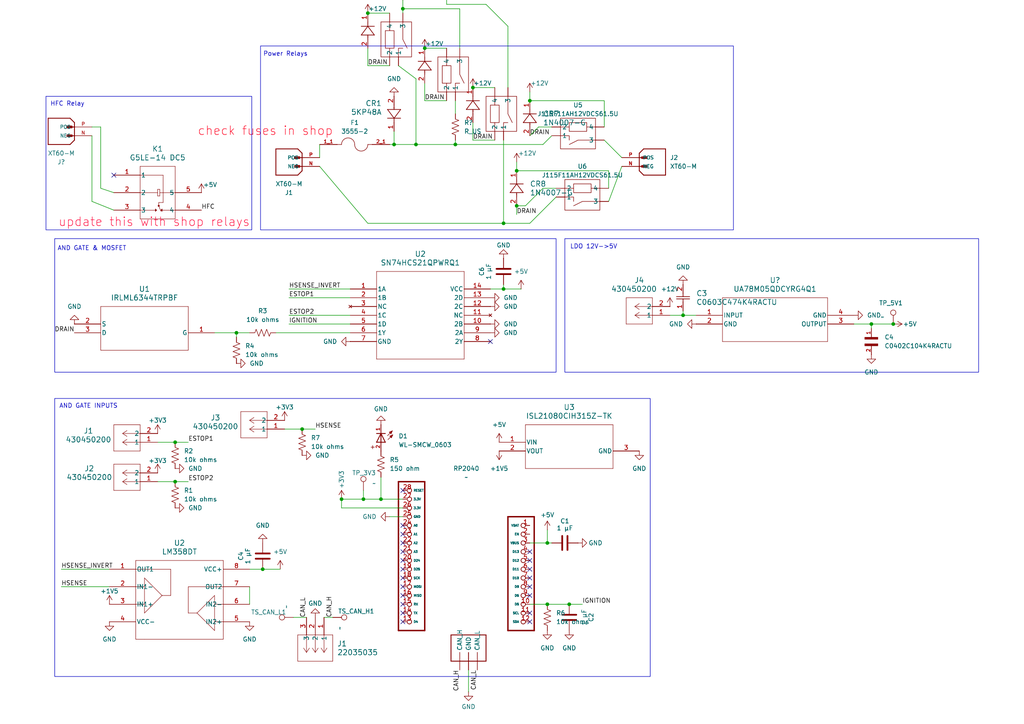
<source format=kicad_sch>
(kicad_sch (version 20231120) (generator "eeschema") (generator_version "8.0")
  (paper "A4")
  (title_block (title "Safety board"))
  (lib_symbols
    (symbol "3-pin Mini Molex Spox_1" (pin_names (offset 0.254))
      (property "Reference" "J" (at 8.89 6.35 0))
      (property "Value" "22035035" (at -3.81 3.81 0))
      (symbol "3-pin Mini Molex Spox_1_1_1"
        (pin unspecified line (at 0 0 0) (length 5.08) (name "1") (number "1"))
        (pin unspecified line (at 0 -2.54 0) (length 5.08) (name "2") (number "2"))
        (pin unspecified line (at 0 -5.08 0) (length 5.08) (name "3") (number "3"))
      )
      (symbol "3-pin Mini Molex Spox_1_1_2"
        (pin unspecified line (at 0 0 0) (length 5.08) (name "1") (number "1"))
        (pin unspecified line (at 0 -2.54 0) (length 5.08) (name "2") (number "2"))
        (pin unspecified line (at 0 -5.08 0) (length 5.08) (name "3") (number "3"))
      )
    )
    (symbol "Connector:TestPoint" (pin_numbers hide) (pin_names (offset 0.762) hide)
      (property "Reference" "TP" (at 0 6.858 0))
      (property "Value" "TestPoint" (at 0 5.08 0))
      (symbol "TestPoint_1_1"
        (pin passive line (at 0 0 90) (length 2.54) (name "1") (number "1"))
      )
    )
    (symbol "Device:C" (pin_numbers hide) (pin_names (offset 0.254))
      (property "Reference" "C" (at 0.635 2.54 0))
      (property "Value" "C" (at 0.635 -2.54 0))
      (symbol "C_1_1"
        (pin passive line (at 0 3.81 270) (length 2.794) (name "~") (number "1"))
        (pin passive line (at 0 -3.81 90) (length 2.794) (name "~") (number "2"))
      )
    )
    (symbol "Device:R_US" (pin_numbers hide) (pin_names (offset 0))
      (property "Reference" "R" (at 2.54 0 90))
      (property "Value" "R_US" (at -2.54 0 90))
      (symbol "R_US_1_1"
        (pin passive line (at 0 3.81 270) (length 1.27) (name "~") (number "1"))
        (pin passive line (at 0 -3.81 90) (length 1.27) (name "~") (number "2"))
      )
    )
    (symbol "SMV_Custom:1N4007-G" (pin_names (offset 0.254))
      (property "Reference" "CR" (at 5.08 4.445 0))
      (property "Value" "1N4007-G" (at 5.08 -3.81 0))
      (symbol "1N4007-G_1_1"
        (pin unspecified line (at 10.16 0 180) (length 2.54) (name "") (number "1"))
        (pin unspecified line (at 0 0 0) (length 2.54) (name "") (number "2"))
      )
      (symbol "1N4007-G_1_2"
        (pin unspecified line (at 0 10.16 270) (length 2.54) (name "") (number "1"))
        (pin unspecified line (at 0 0 90) (length 2.54) (name "") (number "2"))
      )
    )
    (symbol "SMV_Custom:3555-2" (pin_names (offset 1.016))
      (property "Reference" "F" (at -7.62 3.81 0))
      (property "Value" "3555-2" (at -7.62 -3.81 0))
      (symbol "3555-2_0_0"
        (pin passive line (at -10.16 0 0) (length 5.08) (name "~") (number "1_1"))
        (pin passive line (at 10.16 0 180) (length 5.08) (name "~") (number "2_1"))
      )
    )
    (symbol "SMV_Custom:430450200" (pin_names (offset 0.254))
      (property "Reference" "J" (at 8.89 6.35 0))
      (property "Value" "430450200" (at 0 0 0))
      (symbol "430450200_1_1"
        (pin unspecified line (at 0 0 0) (length 5.08) (name "1") (number "1"))
        (pin unspecified line (at 0 -2.54 0) (length 5.08) (name "2") (number "2"))
      )
      (symbol "430450200_1_2"
        (pin unspecified line (at 0 0 0) (length 5.08) (name "1") (number "1"))
        (pin unspecified line (at 0 -2.54 0) (length 5.08) (name "2") (number "2"))
      )
    )
    (symbol "SMV_Custom:5KP48A" (pin_names (offset 0.254))
      (property "Reference" "CR" (at 5.08 4.445 0))
      (property "Value" "5KP48A" (at 5.08 -3.81 0))
      (symbol "5KP48A_1_1"
        (pin unspecified line (at 10.16 0 180) (length 2.54) (name "") (number "1"))
        (pin unspecified line (at 0 0 0) (length 2.54) (name "") (number "2"))
      )
      (symbol "5KP48A_1_2"
        (pin unspecified line (at 0 10.16 270) (length 2.54) (name "") (number "1"))
        (pin unspecified line (at 0 0 90) (length 2.54) (name "") (number "2"))
      )
    )
    (symbol "SMV_Custom:C0402C104K4RACTU" (pin_names (offset 1.016))
      (property "Reference" "C" (at 0 3.81 0))
      (property "Value" "C0402C104K4RACTU" (at 0 -5.08 0))
      (symbol "C0402C104K4RACTU_0_0"
        (pin passive line (at -2.54 0 0) (length 2.54) (name "~") (number "1"))
        (pin passive line (at 5.08 0 180) (length 2.54) (name "~") (number "2"))
      )
    )
    (symbol "SMV_Custom:C0603C474K4RACTU" (pin_names (offset 0.254))
      (property "Reference" "C" (at 3.81 3.81 0))
      (property "Value" "C0603C474K4RACTU" (at 3.81 -3.81 0))
      (symbol "C0603C474K4RACTU_1_1"
        (pin unspecified line (at 0 0 0) (length 2.54) (name "") (number "1"))
        (pin unspecified line (at 7.62 0 180) (length 2.54) (name "") (number "2"))
      )
      (symbol "C0603C474K4RACTU_1_2"
        (pin unspecified line (at 0 0 270) (length 2.54) (name "") (number "1"))
        (pin unspecified line (at 0 -7.62 90) (length 2.54) (name "") (number "2"))
      )
    )
    (symbol "SMV_Custom:G5LE-14_DC5" (pin_names (offset 0.254))
      (property "Reference" "K" (at 12.7 7.62 0))
      (property "Value" "G5LE-14 DC5" (at 20.32 5.08 0))
      (symbol "G5LE-14_DC5_0_1"
        (pin unspecified line (at 0 0 0) (length 7.62) (name "1") (number "1"))
        (pin unspecified line (at 0 -5.08 0) (length 7.62) (name "2") (number "2"))
        (pin unspecified line (at 0 -10.16 0) (length 7.62) (name "3") (number "3"))
        (pin unspecified line (at 25.4 -10.16 180) (length 7.62) (name "4") (number "4"))
        (pin unspecified line (at 25.4 -5.08 180) (length 7.62) (name "5") (number "5"))
      )
    )
    (symbol "SMV_Custom:IRLML6344TRPBF" (pin_names (offset 0.254))
      (property "Reference" "U" (at 20.32 10.16 0))
      (property "Value" "IRLML6344TRPBF" (at 20.32 7.62 0))
      (symbol "IRLML6344TRPBF_0_1"
        (pin unspecified line (at 0 0 0) (length 7.62) (name "G") (number "1"))
        (pin unspecified line (at 40.64 -2.54 180) (length 7.62) (name "S") (number "2"))
        (pin unspecified line (at 40.64 0 180) (length 7.62) (name "D") (number "3"))
      )
    )
    (symbol "SMV_Custom:ISL21080CIH315Z-TK" (pin_names (offset 0.254))
      (property "Reference" "U" (at 20.32 10.16 0))
      (property "Value" "ISL21080CIH315Z-TK" (at 20.32 7.62 0))
      (symbol "ISL21080CIH315Z-TK_0_1"
        (pin unspecified line (at 0 0 0) (length 7.62) (name "VIN") (number "1"))
        (pin output line (at 0 -2.54 0) (length 7.62) (name "VOUT") (number "2"))
        (pin power_out line (at 40.64 -2.54 180) (length 7.62) (name "GND") (number "3"))
      )
    )
    (symbol "SMV_Custom:J115F11AH12VDCS61.5U"
      (property "Reference" "U" (at -0.508 5.334 0))
      (symbol "J115F11AH12VDCS61.5U_1_1"
        (pin unspecified line (at -7.62 0 0) (length 2.54) (name "1") (number ""))
        (pin unspecified line (at -7.62 -2.54 0) (length 2.54) (name "2") (number ""))
        (pin unspecified line (at 7.62 1.27 180) (length 2.54) (name "3") (number ""))
        (pin unspecified line (at 7.62 -2.54 180) (length 2.54) (name "4") (number ""))
      )
    )
    (symbol "SMV_Custom:LM358DT" (pin_names (offset 0.254))
      (property "Reference" "U" (at 20.32 7.62 0))
      (property "Value" "LM358DT" (at 20.32 5.08 0))
      (symbol "LM358DT_0_1"
        (pin output line (at 0 0 0) (length 7.62) (name "OUT1") (number "1"))
        (pin input line (at 0 -5.08 0) (length 7.62) (name "IN1-") (number "2"))
        (pin input line (at 0 -10.16 0) (length 7.62) (name "IN1+") (number "3"))
        (pin power_in line (at 0 -15.24 0) (length 7.62) (name "VCC-") (number "4"))
        (pin input line (at 40.64 -15.24 180) (length 7.62) (name "IN2+") (number "5"))
        (pin input line (at 40.64 -10.16 180) (length 7.62) (name "IN2-") (number "6"))
        (pin output line (at 40.64 -5.08 180) (length 7.62) (name "OUT2") (number "7"))
        (pin power_in line (at 40.64 0 180) (length 7.62) (name "VCC+") (number "8"))
      )
    )
    (symbol "SMV_Custom:RP2040"
      (property "Reference" "RP" (at 0 39.37 0))
      (symbol "RP2040_1_0"
        (pin passive inverted (at 17.78 21.59 180) (length 2.54) (name "VBAT") (number "1"))
        (pin passive inverted (at 17.78 -1.27 180) (length 2.54) (name "D5") (number "10"))
        (pin passive inverted (at 17.78 -3.81 180) (length 2.54) (name "SCL") (number "11"))
        (pin passive inverted (at 17.78 -6.35 180) (length 2.54) (name "SDA") (number "12"))
        (pin passive inverted (at -19.05 -6.35 0) (length 2.54) (name "D4") (number "13"))
        (pin passive inverted (at -19.05 -3.81 0) (length 2.54) (name "TX") (number "14"))
        (pin passive inverted (at -19.05 -1.27 0) (length 2.54) (name "RX") (number "15"))
        (pin passive inverted (at -19.05 1.27 0) (length 2.54) (name "MISO") (number "16"))
        (pin passive inverted (at -19.05 3.81 0) (length 2.54) (name "MOSI") (number "17"))
        (pin passive inverted (at -19.05 6.35 0) (length 2.54) (name "SCK") (number "18"))
        (pin passive inverted (at -19.05 8.89 0) (length 2.54) (name "D25") (number "19"))
        (pin passive inverted (at 17.78 19.05 180) (length 2.54) (name "EN") (number "2"))
        (pin passive inverted (at -19.05 11.43 0) (length 2.54) (name "D24") (number "20"))
        (pin passive inverted (at -19.05 13.97 0) (length 2.54) (name "A3") (number "21"))
        (pin passive inverted (at -19.05 16.51 0) (length 2.54) (name "A2") (number "22"))
        (pin passive inverted (at -19.05 19.05 0) (length 2.54) (name "A1") (number "23"))
        (pin passive inverted (at -19.05 21.59 0) (length 2.54) (name "A0") (number "24"))
        (pin passive inverted (at -19.05 24.13 0) (length 2.54) (name "GND") (number "25"))
        (pin passive inverted (at -19.05 26.67 0) (length 2.54) (name "3.3V") (number "26"))
        (pin passive inverted (at -19.05 29.21 0) (length 2.54) (name "3.3V") (number "27"))
        (pin passive inverted (at -19.05 31.75 0) (length 2.54) (name "RESET") (number "28"))
        (pin passive line (at 2.54 -20.32 90) (length 5.08) (name "CAN_L") (number "29"))
        (pin passive inverted (at 17.78 16.51 180) (length 2.54) (name "VBUS") (number "3"))
        (pin passive line (at 0 -20.32 90) (length 5.08) (name "GND") (number "30"))
        (pin passive line (at -2.54 -20.32 90) (length 5.08) (name "CAN_H") (number "31"))
        (pin passive inverted (at 17.78 13.97 180) (length 2.54) (name "D13") (number "4"))
        (pin passive inverted (at 17.78 11.43 180) (length 2.54) (name "D12") (number "5"))
        (pin passive inverted (at 17.78 8.89 180) (length 2.54) (name "D11") (number "6"))
        (pin passive inverted (at 17.78 6.35 180) (length 2.54) (name "D10") (number "7"))
        (pin passive inverted (at 17.78 3.81 180) (length 2.54) (name "D9") (number "8"))
        (pin passive inverted (at 17.78 1.27 180) (length 2.54) (name "D6") (number "9"))
      )
    )
    (symbol "SMV_Custom:SN74HCS21QPWRQ1" (pin_names (offset 0.254))
      (property "Reference" "U" (at 20.32 10.16 0))
      (property "Value" "SN74HCS21QPWRQ1" (at 20.32 7.62 0))
      (symbol "SN74HCS21QPWRQ1_0_1"
        (pin input line (at 0 0 0) (length 7.62) (name "1A") (number "1"))
        (pin input line (at 40.64 -10.16 180) (length 7.62) (name "2B") (number "10"))
        (pin no_connect line (at 40.64 -7.62 180) (length 7.62) (name "NC") (number "11"))
        (pin input line (at 40.64 -5.08 180) (length 7.62) (name "2C") (number "12"))
        (pin input line (at 40.64 -2.54 180) (length 7.62) (name "2D") (number "13"))
        (pin power_in line (at 40.64 0 180) (length 7.62) (name "VCC") (number "14"))
        (pin input line (at 0 -2.54 0) (length 7.62) (name "1B") (number "2"))
        (pin no_connect line (at 0 -5.08 0) (length 7.62) (name "NC") (number "3"))
        (pin input line (at 0 -7.62 0) (length 7.62) (name "1C") (number "4"))
        (pin input line (at 0 -10.16 0) (length 7.62) (name "1D") (number "5"))
        (pin output line (at 0 -12.7 0) (length 7.62) (name "1Y") (number "6"))
        (pin power_out line (at 0 -15.24 0) (length 7.62) (name "GND") (number "7"))
        (pin output line (at 40.64 -15.24 180) (length 7.62) (name "2Y") (number "8"))
        (pin input line (at 40.64 -12.7 180) (length 7.62) (name "2A") (number "9"))
      )
    )
    (symbol "SMV_Custom:UA78M05QDCYRG4Q1" (pin_names (offset 0.254))
      (property "Reference" "U" (at 22.86 10.16 0))
      (property "Value" "UA78M05QDCYRG4Q1" (at 24.13 7.62 0))
      (symbol "UA78M05QDCYRG4Q1_0_1"
        (pin unspecified line (at 0 -2.54 0) (length 7.62) (name "GND") (number "2"))
      )
      (symbol "UA78M05QDCYRG4Q1_1_1"
        (pin input line (at 0 0 0) (length 7.62) (name "INPUT") (number "1"))
        (pin output line (at 45.72 -2.54 180) (length 7.62) (name "OUTPUT") (number "3"))
        (pin unspecified line (at 45.72 0 180) (length 7.62) (name "GND") (number "4"))
      )
    )
    (symbol "SMV_Custom:WL-SMCW_0603" (pin_names (offset 1.016))
      (property "Reference" "D" (at -1.988 3.972 0))
      (property "Value" "WL-SMCW_0603" (at -2.628 -3.928 0))
      (symbol "WL-SMCW_0603_0_0"
        (text "+" (at 3.08 -1.74 0) (effects (font (size 1.27 1.27)) (justify left bottom)))
        (pin passive line (at -2.54 0 0) (length 2.54) (name "~") (number "1"))
        (pin passive line (at 5.08 0 180) (length 2.54) (name "~") (number "2"))
      )
    )
    (symbol "SMV_Custom:XT60-M" (pin_names (offset 1.016))
      (property "Reference" "J" (at 0 6.35 0))
      (property "Value" "XT60-M" (at 0 -5.08 0))
      (symbol "XT60-M_0_0"
        (pin passive line (at -5.08 0 0) (length 5.08) (name "NEG") (number "N"))
        (pin passive line (at -5.08 2.54 0) (length 5.08) (name "POS") (number "P"))
      )
    )
    (symbol "power:+12V" (power) (pin_numbers hide) (pin_names (offset 0) hide)
      (property "Value" "+12V" (at 0 3.556 0))
      (symbol "+12V_1_1"
        (pin power_in line (at 0 0 90) (length 0) (name "~") (number "1"))
      )
    )
    (symbol "power:+1V5" (power) (pin_numbers hide) (pin_names (offset 0) hide)
      (property "Value" "+1V5" (at 0 3.556 0))
      (symbol "+1V5_1_1"
        (pin power_in line (at 0 0 90) (length 0) (name "~") (number "1"))
      )
    )
    (symbol "power:+3V3" (power) (pin_numbers hide) (pin_names (offset 0) hide)
      (property "Value" "+3V3" (at 0 3.556 0))
      (symbol "+3V3_1_1"
        (pin power_in line (at 0 0 90) (length 0) (name "~") (number "1"))
      )
    )
    (symbol "power:+5V" (power) (pin_numbers hide) (pin_names (offset 0) hide)
      (property "Value" "+5V" (at 0 3.556 0))
      (symbol "+5V_1_1"
        (pin power_in line (at 0 0 90) (length 0) (name "~") (number "1"))
      )
    )
    (symbol "power:GND" (power) (pin_numbers hide) (pin_names (offset 0) hide)
      (property "Value" "GND" (at 0 -3.81 0))
      (symbol "GND_1_1"
        (pin power_in line (at 0 0 270) (length 0) (name "~") (number "1"))
      )
    )
  )
  (junction (at 158.75 175.26))
  (junction (at 114.3 41.91))
  (junction (at 87.63 124.46))
  (junction (at 50.8 128.27))
  (junction (at 116.84 2.54))
  (junction (at 259.08 93.98))
  (junction (at 123.19 13.97))
  (junction (at 165.1 175.26))
  (junction (at 146.05 83.82))
  (junction (at 110.49 144.78))
  (junction (at 116.84 -22.86))
  (junction (at 68.58 96.52))
  (junction (at 50.8 139.7))
  (junction (at 106.68 3.81))
  (junction (at 153.67 29.21))
  (junction (at 149.86 59.69))
  (junction (at 158.75 157.48))
  (junction (at 252.73 93.98))
  (junction (at 198.12 91.44))
  (junction (at 120.65 41.91))
  (junction (at 76.2 165.1))
  (junction (at 149.86 49.53))
  (junction (at 132.08 41.91))
  (junction (at 99.06 144.78))
  (junction (at 105.41 144.78))
  (junction (at 137.16 25.4))
  (junction (at 146.05 64.77))
  (no_connect (at 116.84 175.26))
  (no_connect (at 142.24 99.06))
  (no_connect (at 153.67 160.02))
  (no_connect (at 116.84 180.34))
  (no_connect (at 153.67 172.72))
  (no_connect (at 116.84 142.24))
  (no_connect (at 116.84 162.56))
  (no_connect (at 116.84 167.64))
  (no_connect (at 153.67 177.8))
  (no_connect (at 116.84 172.72))
  (no_connect (at 153.67 165.1))
  (no_connect (at 116.84 170.18))
  (no_connect (at 153.67 167.64))
  (no_connect (at 153.67 170.18))
  (no_connect (at 153.67 162.56))
  (no_connect (at 116.84 165.1))
  (no_connect (at 116.84 160.02))
  (no_connect (at 116.84 154.94))
  (no_connect (at 116.84 152.4))
  (no_connect (at 33.02 50.8))
  (no_connect (at 153.67 180.34))
  (no_connect (at 116.84 157.48))
  (no_connect (at 116.84 177.8))
  (wire (pts (xy 158.75 175.26) (xy 165.1 175.26)))
  (wire (pts (xy 146.05 83.82) (xy 142.24 83.82)))
  (wire (pts (xy 76.2 165.1) (xy 72.39 165.1)))
  (wire (pts (xy 50.8 128.27) (xy 45.72 128.27)))
  (wire (pts (xy 29.21 36.83) (xy 29.21 54.61)))
  (wire (pts (xy 123.19 -22.86) (xy 127 -26.67)))
  (wire (pts (xy 17.78 165.1) (xy 31.75 165.1)))
  (wire (pts (xy 140.97 1.27) (xy 147.32 7.62)))
  (wire (pts (xy 175.26 29.21) (xy 175.26 36.83)))
  (wire (pts (xy 158.75 153.67) (xy 158.75 157.48)))
  (wire (pts (xy 120.65 41.91) (xy 132.08 41.91)))
  (wire (pts (xy 85.09 179.07) (xy 88.9 179.07)))
  (wire (pts (xy 50.8 128.27) (xy 54.61 128.27)))
  (wire (pts (xy 153.67 157.48) (xy 158.75 157.48)))
  (wire (pts (xy 147.32 7.62) (xy 147.32 25.4)))
  (wire (pts (xy 137.16 25.4) (xy 143.51 25.4)))
  (wire (pts (xy 123.19 29.21) (xy 129.54 29.21)))
  (wire (pts (xy 106.68 19.05) (xy 113.03 19.05)))
  (wire (pts (xy 99.06 144.78) (xy 99.06 147.32)))
  (wire (pts (xy 29.21 54.61) (xy 33.02 55.88)))
  (wire (pts (xy 80.01 96.52) (xy 101.6 96.52)))
  (wire (pts (xy 156.21 36.83) (xy 153.67 39.37)))
  (wire (pts (xy 116.84 144.78) (xy 110.49 144.78)))
  (wire (pts (xy 114.3 41.91) (xy 120.65 41.91)))
  (wire (pts (xy 153.67 26.67) (xy 153.67 29.21)))
  (wire (pts (xy 153.67 64.77) (xy 161.29 57.15)))
  (wire (pts (xy 198.12 91.44) (xy 201.93 91.44)))
  (wire (pts (xy 132.08 41.91) (xy 157.48 41.91)))
  (wire (pts (xy 105.41 142.24) (xy 105.41 144.78)))
  (wire (pts (xy 123.19 24.13) (xy 123.19 29.21)))
  (wire (pts (xy 116.84 2.54) (xy 116.84 3.81)))
  (wire (pts (xy 247.65 93.98) (xy 252.73 93.98)))
  (wire (pts (xy 149.86 59.69) (xy 152.4 59.69)))
  (wire (pts (xy 83.82 86.36) (xy 101.6 86.36)))
  (wire (pts (xy 194.31 91.44) (xy 198.12 91.44)))
  (wire (pts (xy 92.71 41.91) (xy 92.71 45.72)))
  (wire (pts (xy 149.86 59.69) (xy 149.86 62.23)))
  (wire (pts (xy 114.3 38.1) (xy 114.3 41.91)))
  (wire (pts (xy 180.34 48.26) (xy 176.53 58.42)))
  (wire (pts (xy 17.78 170.18) (xy 31.75 170.18)))
  (wire (pts (xy 113.03 149.86) (xy 116.84 149.86)))
  (wire (pts (xy 68.58 96.52) (xy 72.39 96.52)))
  (wire (pts (xy 180.34 45.72) (xy 175.26 40.64)))
  (wire (pts (xy 120.65 22.86) (xy 120.65 41.91)))
  (wire (pts (xy 99.06 147.32) (xy 116.84 147.32)))
  (wire (pts (xy 26.67 36.83) (xy 29.21 36.83)))
  (wire (pts (xy 160.02 36.83) (xy 156.21 36.83)))
  (wire (pts (xy 110.49 144.78) (xy 105.41 144.78)))
  (wire (pts (xy 72.39 170.18) (xy 72.39 175.26)))
  (wire (pts (xy 96.52 179.07) (xy 93.98 179.07)))
  (wire (pts (xy 62.23 96.52) (xy 68.58 96.52)))
  (wire (pts (xy 115.57 19.05) (xy 120.65 22.86)))
  (wire (pts (xy 252.73 93.98) (xy 252.73 95.25)))
  (wire (pts (xy 132.08 29.21) (xy 132.08 33.02)))
  (wire (pts (xy 106.68 64.77) (xy 146.05 64.77)))
  (wire (pts (xy 149.86 49.53) (xy 176.53 49.53)))
  (wire (pts (xy 116.84 0) (xy 116.84 2.54)))
  (wire (pts (xy 146.05 40.64) (xy 146.05 64.77)))
  (wire (pts (xy 68.58 96.52) (xy 68.58 97.79)))
  (wire (pts (xy 146.05 82.55) (xy 146.05 83.82)))
  (wire (pts (xy 116.84 -22.86) (xy 116.84 -20.32)))
  (wire (pts (xy 87.63 124.46) (xy 82.55 124.46)))
  (wire (pts (xy 137.16 40.64) (xy 143.51 40.64)))
  (wire (pts (xy 160.02 157.48) (xy 158.75 157.48)))
  (wire (pts (xy 83.82 91.44) (xy 101.6 91.44)))
  (wire (pts (xy 123.19 13.97) (xy 129.54 13.97)))
  (wire (pts (xy 92.71 48.26) (xy 106.68 64.77)))
  (wire (pts (xy 157.48 41.91) (xy 160.02 39.37)))
  (wire (pts (xy 113.03 41.91) (xy 114.3 41.91)))
  (wire (pts (xy 133.35 2.54) (xy 133.35 13.97)))
  (wire (pts (xy 129.54 1.27) (xy 140.97 1.27)))
  (wire (pts (xy 129.54 -26.67) (xy 129.54 1.27)))
  (wire (pts (xy 50.8 139.7) (xy 45.72 139.7)))
  (wire (pts (xy 106.68 13.97) (xy 106.68 19.05)))
  (wire (pts (xy 149.86 46.99) (xy 149.86 49.53)))
  (wire (pts (xy 54.61 139.7) (xy 50.8 139.7)))
  (wire (pts (xy 132.08 40.64) (xy 132.08 41.91)))
  (wire (pts (xy 153.67 29.21) (xy 175.26 29.21)))
  (wire (pts (xy 83.82 83.82) (xy 101.6 83.82)))
  (wire (pts (xy 146.05 64.77) (xy 153.67 64.77)))
  (wire (pts (xy 87.63 124.46) (xy 91.44 124.46)))
  (wire (pts (xy 157.48 54.61) (xy 161.29 54.61)))
  (wire (pts (xy 135.89 200.66) (xy 135.89 194.31)))
  (wire (pts (xy 151.13 83.82) (xy 146.05 83.82)))
  (wire (pts (xy 99.06 144.78) (xy 105.41 144.78)))
  (wire (pts (xy 198.12 90.17) (xy 198.12 91.44)))
  (wire (pts (xy 116.84 2.54) (xy 133.35 2.54)))
  (wire (pts (xy 26.67 39.37) (xy 26.67 58.42)))
  (wire (pts (xy 110.49 138.43) (xy 110.49 144.78)))
  (wire (pts (xy 83.82 93.98) (xy 101.6 93.98)))
  (wire (pts (xy 116.84 -22.86) (xy 123.19 -22.86)))
  (wire (pts (xy 153.67 175.26) (xy 158.75 175.26)))
  (wire (pts (xy 176.53 49.53) (xy 176.53 54.61)))
  (wire (pts (xy 81.28 165.1) (xy 76.2 165.1)))
  (wire (pts (xy 137.16 35.56) (xy 137.16 40.64)))
  (wire (pts (xy 165.1 175.26) (xy 168.91 175.26)))
  (wire (pts (xy 106.68 3.81) (xy 113.03 3.81)))
  (wire (pts (xy 252.73 93.98) (xy 259.08 93.98)))
  (wire (pts (xy 152.4 59.69) (xy 157.48 54.61)))
  (wire (pts (xy 26.67 58.42) (xy 33.02 60.96)))
  (rectangle (start 75.565 13.335) (end 212.725 66.675))
  (rectangle (start 163.83 69.215) (end 283.845 107.95))
  (rectangle (start 15.875 69.215) (end 161.29 107.95))
  (rectangle (start 15.875 115.57) (end 188.595 196.215))
  (rectangle (start 13.335 27.94) (end 73.025 66.675))
  (text "AND GATE INPUTS\n" (at 25.654 117.856 0) (effects (font (size 1.27 1.27))))
  (text "LDO 12V->5V\n" (at 172.212 71.628 0) (effects (font (size 1.27 1.27))))
  (text "Power Relays\n" (at 82.804 15.748 0) (effects (font (size 1.27 1.27))))
  (text "AND GATE & MOSFET\n" (at 26.67 72.136 0) (effects (font (size 1.27 1.27))))
  (text "check fuses in shop\n" (at 76.962 38.1 0) (effects (font (size 2.54 2.54))))
  (text "update this with shop relays\n" (at 44.704 64.516 0) (effects (font (size 2.54 2.54))))
  (text "HFC Relay\n" (at 19.558 30.226 0) (effects (font (size 1.27 1.27))))
  (label "CAN_H" (at 133.35 194.31 270))
  (label "CAN_H" (at 96.52 179.07 90))
  (label "IGNITION" (at 83.82 93.98 0))
  (label "CAN_L" (at 138.43 194.31 270))
  (label "ESTOP2" (at 54.61 139.7 0))
  (label "DRAIN" (at 137.16 40.64 0))
  (label "ESTOP2" (at 83.82 91.44 0))
  (label "DRAIN" (at 21.59 96.52 180))
  (label "HSENSE" (at 91.44 124.46 0))
  (label "HSENSE" (at 17.78 170.18 0))
  (label "HSENSE_INVERT" (at 17.78 165.1 0))
  (label "IGNITION" (at 168.91 175.26 0))
  (label "DRAIN" (at 123.19 29.21 0))
  (label "HFC" (at 58.42 60.96 0))
  (label "ESTOP1" (at 54.61 128.27 0))
  (label "HSENSE_INVERT" (at 83.82 83.82 0))
  (label "CAN_L" (at 88.9 179.07 90))
  (label "DRAIN" (at 149.86 62.23 0))
  (label "DRAIN" (at 106.68 19.05 0))
  (label "DRAIN" (at 153.67 39.37 0))
  (label "ESTOP1" (at 83.82 86.36 0))
  (symbol (lib_id "SMV_Custom:UA78M05QDCYRG4Q1") (at 201.93 91.44 0) (unit 1)
    (property "Reference" "U?" (at 224.79 81.28 0) (effects (font (size 1.524 1.524))))
    (property "Value" "UA78M05QDCYRG4Q1" (at 224.79 83.82 0) (effects (font (size 1.524 1.524))))
    (property "Footprint" "SMV_ICs:DCY4_TEX" (effects (hide yes)))
    (property "Datasheet" "UA78M05QDCYRG4Q1" (effects (hide yes)))
  )
  (symbol (lib_id "SMV_Custom:G5LE-14_DC5") (at 33.02 50.8 0) (unit 1)
    (property "Reference" "K1" (at 45.72 43.18 0) (effects (font (size 1.524 1.524))))
    (property "Value" "G5LE-14 DC5" (at 45.72 45.72 0) (effects (font (size 1.524 1.524))))
    (property "Footprint" "RELAY_G5LE-1 DC5_OMR" (effects (hide yes)))
    (property "Datasheet" "G5LE-14 DC5" (effects (hide yes)))
  )
  (symbol (lib_id "power:+12V") (at 194.31 88.9 0) (unit 1)
    (property "Reference" "#PWR09" (effects (hide yes)))
    (property "Value" "+12V" (at 194.31 83.82 0))
    (property "Description" "Power symbol creates a global label with name \"+12V\"" (effects (hide yes)))
  )
  (symbol (lib_name "SMV_Custom:J115F11AH12VDCS61.5U") (lib_id "SMV_Custom:J115F11AH12VDCS61.5U") (at 146.05 33.02 270) (mirror x) (unit 1)
    (property "Reference" "U?" (effects (hide yes)))
    (property "Value" "J115F11AH12VDCS61.5U" (effects (hide yes)))
  )
  (symbol (lib_id "power:GND") (at 165.1 182.88 0) (unit 1)
    (property "Reference" "#PWR035" (effects (hide yes)))
    (property "Value" "GND" (at 165.1 187.96 0))
    (property "Description" "Power symbol creates a global label with name \"GND\" , ground" (effects (hide yes)))
  )
  (symbol (lib_id "power:+5V") (at 106.68 3.81 0) (unit 1)
    (property "Reference" "#PWR020" (effects (hide yes)))
    (property "Value" "+12V" (at 109.474 2.54 0))
    (property "Description" "Power symbol creates a global label with name \"+5V\"" (effects (hide yes)))
  )
  (symbol (lib_id "SMV_Custom:XT60-M") (at 129.54 -31.75 90) (unit 1)
    (property "Reference" "J?" (at 137.16 -35.56 0))
    (property "Value" "XT60-M" (at 134.62 -35.56 0))
    (property "Footprint" "SMV_Connectors:AMASS_XT60-M" (effects (hide yes)))
    (property "MF" "AMASS" (effects (hide yes)))
    (property "MAXIMUM_PACKAGE_HEIGHT" "16.00 mm" (effects (hide yes)))
    (property "Package" "Package" (effects (hide yes)))
    (property "Price" "None" (effects (hide yes)))
    (property "Check_prices" "https://www.snapeda.com/parts/XT60-M/AMASS/view-part/?ref=eda" (effects (hide yes)))
    (property "STANDARD" "IPC 7351B" (effects (hide yes)))
    (property "PARTREV" "V1.2" (effects (hide yes)))
    (property "SnapEDA_Link" "https://www.snapeda.com/parts/XT60-M/AMASS/view-part/?ref=snap" (effects (hide yes)))
    (property "MP" "XT60-M" (effects (hide yes)))
    (property "Description_1" "\n                        \n                            Plug; DC supply; XT60; male; PIN: 2; for cable; soldered; 30A; 500V\n                        \n" (effects (hide yes)))
    (property "Availability" "Not in stock" (effects (hide yes)))
    (property "MANUFACTURER" "AMASS" (effects (hide yes)))
  )
  (symbol (lib_id "SMV_Custom:430450200") (at 194.31 91.44 180) (unit 1)
    (property "Reference" "J4" (at 185.42 81.28 0) (effects (font (size 1.524 1.524))))
    (property "Value" "430450200" (at 183.896 83.82 0) (effects (font (size 1.524 1.524))))
    (property "Footprint" "CONN_SD-43045-001_02_MOL" (effects (hide yes)))
    (property "Datasheet" "430450200" (effects (hide yes)))
  )
  (symbol (lib_id "SMV_Custom:XT60-M") (at 185.42 48.26 0) (unit 1)
    (property "Reference" "J2" (at 194.31 45.7199 0) (effects (justify left)))
    (property "Value" "XT60-M" (at 194.31 48.2599 0) (effects (justify left)))
    (property "Footprint" "SMV_Connectors:AMASS_XT60-M" (effects (hide yes)))
    (property "MF" "AMASS" (effects (hide yes)))
    (property "MAXIMUM_PACKAGE_HEIGHT" "16.00 mm" (effects (hide yes)))
    (property "Package" "Package" (effects (hide yes)))
    (property "Price" "None" (effects (hide yes)))
    (property "Check_prices" "https://www.snapeda.com/parts/XT60-M/AMASS/view-part/?ref=eda" (effects (hide yes)))
    (property "STANDARD" "IPC 7351B" (effects (hide yes)))
    (property "PARTREV" "V1.2" (effects (hide yes)))
    (property "SnapEDA_Link" "https://www.snapeda.com/parts/XT60-M/AMASS/view-part/?ref=snap" (effects (hide yes)))
    (property "MP" "XT60-M" (effects (hide yes)))
    (property "Description_1" "\n                        \n                            Plug; DC supply; XT60; male; PIN: 2; for cable; soldered; 30A; 500V\n                        \n" (effects (hide yes)))
    (property "Availability" "Not in stock" (effects (hide yes)))
    (property "MANUFACTURER" "AMASS" (effects (hide yes)))
  )
  (symbol (lib_id "power:+5V") (at 58.42 55.88 0) (unit 1)
    (property "Reference" "#PWR037" (effects (hide yes)))
    (property "Value" "+5V" (at 60.96 53.594 0))
    (property "Description" "Power symbol creates a global label with name \"+5V\"" (effects (hide yes)))
  )
  (symbol (lib_id "power:GND") (at 68.58 105.41 90) (unit 1)
    (property "Reference" "#PWR038" (effects (hide yes)))
    (property "Value" "GND" (at 72.39 105.4099 90) (effects (justify right)))
    (property "Description" "Power symbol creates a global label with name \"GND\" , ground" (effects (hide yes)))
  )
  (symbol (lib_id "power:GND") (at 91.44 179.07 180) (unit 1)
    (property "Reference" "#PWR025" (effects (hide yes)))
    (property "Value" "GND" (at 91.44 175.006 0))
    (property "Description" "Power symbol creates a global label with name \"GND\" , ground" (effects (hide yes)))
  )
  (symbol (lib_id "SMV_Custom:1N4007-G") (at 123.19 24.13 90) (unit 1)
    (property "Reference" "CR5" (effects (hide yes)))
    (property "Value" "1N4007-G" (effects (hide yes)))
    (property "Footprint" "SMV_Passives:1N4-G" (effects (hide yes)))
    (property "Datasheet" "1N4007-G" (effects (hide yes)))
  )
  (symbol (lib_id "SMV_Custom:RP2040") (at 135.89 173.99 0) (unit 1)
    (property "Reference" "RP2040" (at 135.255 135.89 0))
    (property "Value" "~" (at 135.255 138.43 0))
    (property "Footprint" "SMV_Connectors:RP2040" (effects (hide yes)))
  )
  (symbol (lib_id "power:+5V") (at 151.13 83.82 0) (unit 1)
    (property "Reference" "#PWR046" (effects (hide yes)))
    (property "Value" "+5V" (at 151.13 78.74 0))
    (property "Description" "Power symbol creates a global label with name \"+5V\"" (effects (hide yes)))
  )
  (symbol (lib_id "Connector:TestPoint") (at 259.08 93.98 0) (mirror y) (unit 1)
    (property "Reference" "TP_5V1" (at 261.874 87.884 0) (effects (justify left)))
    (property "Value" "~" (at 256.54 91.948 0) (effects (justify left)))
    (property "Footprint" "TestPoint:TestPoint_Pad_D2.5mm" (effects (hide yes)))
    (property "Description" "test point" (effects (hide yes)))
  )
  (symbol (lib_id "power:+5V") (at 153.67 26.67 0) (unit 1)
    (property "Reference" "#PWR012" (effects (hide yes)))
    (property "Value" "+12V" (at 156.464 24.13 0))
    (property "Description" "Power symbol creates a global label with name \"+5V\"" (effects (hide yes)))
  )
  (symbol (lib_id "SMV_Custom:430450200") (at 82.55 124.46 180) (unit 1)
    (property "Reference" "J3" (at 62.484 121.158 0) (effects (font (size 1.524 1.524))))
    (property "Value" "430450200" (at 62.484 123.698 0) (effects (font (size 1.524 1.524))))
    (property "Footprint" "CONN_SD-43045-001_02_MOL" (effects (hide yes)))
    (property "Datasheet" "430450200" (effects (hide yes)))
  )
  (symbol (lib_id "power:GND") (at 201.93 93.98 270) (unit 1)
    (property "Reference" "#PWR08" (effects (hide yes)))
    (property "Value" "GND" (at 198.12 93.9799 90) (effects (justify right)))
    (property "Description" "Power symbol creates a global label with name \"GND\" , ground" (effects (hide yes)))
  )
  (symbol (lib_id "power:GND") (at 106.68 -22.86 270) (unit 1)
    (property "Reference" "#PWR021" (effects (hide yes)))
    (property "Value" "GND" (at 101.6 -22.86 0))
    (property "Description" "Power symbol creates a global label with name \"GND\" , ground" (effects (hide yes)))
  )
  (symbol (lib_id "power:GND") (at 72.39 180.34 0) (unit 1)
    (property "Reference" "#PWR01" (effects (hide yes)))
    (property "Value" "GND" (at 72.39 185.42 0))
    (property "Description" "Power symbol creates a global label with name \"GND\" , ground" (effects (hide yes)))
  )
  (symbol (lib_id "power:+5V") (at 123.19 13.97 0) (unit 1)
    (property "Reference" "#PWR019" (effects (hide yes)))
    (property "Value" "+12V" (at 125.984 12.7 0))
    (property "Description" "Power symbol creates a global label with name \"+5V\"" (effects (hide yes)))
  )
  (symbol (lib_id "SMV_Custom:5KP48A") (at 106.68 -22.86 0) (mirror x) (unit 1)
    (property "Reference" "CR3" (at 108.712 -19.304 90) (effects (font (size 1.524 1.524)) (justify left)))
    (property "Value" "5KP48A" (at 111.252 -19.304 90) (effects (font (size 1.524 1.524)) (justify left)))
    (property "Footprint" "DIODE_P600_VIS" (effects (hide yes)))
    (property "Datasheet" "5KP48A" (effects (hide yes)))
  )
  (symbol (lib_id "Device:R_US") (at 50.8 143.51 0) (unit 1)
    (property "Reference" "R1" (at 53.34 142.2399 0) (effects (justify left)))
    (property "Value" "10k ohms" (at 53.34 144.7799 0) (effects (justify left)))
    (property "Description" "Resistor, US symbol" (effects (hide yes)))
  )
  (symbol (lib_id "SMV_Custom:ISL21080CIH315Z-TK") (at 144.78 128.27 0) (unit 1)
    (property "Reference" "U3" (at 165.1 118.11 0) (effects (font (size 1.524 1.524))))
    (property "Value" "ISL21080CIH315Z-TK" (at 165.1 120.65 0) (effects (font (size 1.524 1.524))))
    (property "Footprint" "SMT_330Z-TK_REN" (effects (hide yes)))
    (property "Datasheet" "ISL21080CIH315Z-TK" (effects (hide yes)))
  )
  (symbol (lib_id "power:GND") (at 50.8 147.32 90) (unit 1)
    (property "Reference" "#PWR031" (effects (hide yes)))
    (property "Value" "GND" (at 54.61 147.3199 90) (effects (justify right)))
    (property "Description" "Power symbol creates a global label with name \"GND\" , ground" (effects (hide yes)))
  )
  (symbol (lib_id "power:GND") (at 146.05 74.93 180) (unit 1)
    (property "Reference" "#PWR045" (effects (hide yes)))
    (property "Value" "GND" (at 146.05 71.12 0))
    (property "Description" "Power symbol creates a global label with name \"GND\" , ground" (effects (hide yes)))
  )
  (symbol (lib_id "SMV_Custom:430450200") (at 45.72 128.27 180) (unit 1)
    (property "Reference" "J1" (at 25.654 124.968 0) (effects (font (size 1.524 1.524))))
    (property "Value" "430450200" (at 25.654 127.508 0) (effects (font (size 1.524 1.524))))
    (property "Footprint" "CONN_SD-43045-001_02_MOL" (effects (hide yes)))
    (property "Datasheet" "430450200" (effects (hide yes)))
  )
  (symbol (lib_id "SMV_Custom:XT60-M") (at 87.63 48.26 0) (mirror y) (unit 1)
    (property "Reference" "J1" (at 83.82 55.88 0))
    (property "Value" "XT60-M" (at 83.82 53.34 0))
    (property "Footprint" "SMV_Connectors:AMASS_XT60-M" (effects (hide yes)))
    (property "MF" "AMASS" (effects (hide yes)))
    (property "MAXIMUM_PACKAGE_HEIGHT" "16.00 mm" (effects (hide yes)))
    (property "Package" "Package" (effects (hide yes)))
    (property "Price" "None" (effects (hide yes)))
    (property "Check_prices" "https://www.snapeda.com/parts/XT60-M/AMASS/view-part/?ref=eda" (effects (hide yes)))
    (property "STANDARD" "IPC 7351B" (effects (hide yes)))
    (property "PARTREV" "V1.2" (effects (hide yes)))
    (property "SnapEDA_Link" "https://www.snapeda.com/parts/XT60-M/AMASS/view-part/?ref=snap" (effects (hide yes)))
    (property "MP" "XT60-M" (effects (hide yes)))
    (property "Description_1" "\n                        \n                            Plug; DC supply; XT60; male; PIN: 2; for cable; soldered; 30A; 500V\n                        \n" (effects (hide yes)))
    (property "Availability" "Not in stock" (effects (hide yes)))
    (property "MANUFACTURER" "AMASS" (effects (hide yes)))
  )
  (symbol (lib_id "SMV_Custom:1N4007-G") (at 153.67 39.37 90) (unit 1)
    (property "Reference" "CR7" (at 157.48 33.0199 90) (effects (font (size 1.524 1.524)) (justify right)))
    (property "Value" "1N4007-G" (at 157.48 35.5599 90) (effects (font (size 1.524 1.524)) (justify right)))
    (property "Footprint" "SMV_Passives:1N4-G" (effects (hide yes)))
    (property "Datasheet" "1N4007-G" (effects (hide yes)))
  )
  (symbol (lib_id "SMV_Custom:1N4007-G") (at 149.86 59.69 90) (unit 1)
    (property "Reference" "CR8" (at 153.67 53.3399 90) (effects (font (size 1.524 1.524)) (justify right)))
    (property "Value" "1N4007-G" (at 153.67 55.8799 90) (effects (font (size 1.524 1.524)) (justify right)))
    (property "Footprint" "SMV_Passives:1N4-G" (effects (hide yes)))
    (property "Datasheet" "1N4007-G" (effects (hide yes)))
  )
  (symbol (lib_id "Device:R_US") (at 68.58 101.6 180) (unit 1)
    (property "Reference" "R4" (at 71.12 100.3299 0) (effects (justify right)))
    (property "Value" "10k ohms" (at 71.12 102.8699 0) (effects (justify right)))
    (property "Description" "Resistor, US symbol" (effects (hide yes)))
  )
  (symbol (lib_id "power:GND") (at 135.89 200.66 0) (unit 1)
    (property "Reference" "#PWR026" (effects (hide yes)))
    (property "Value" "GND" (at 135.89 204.978 0))
    (property "Description" "Power symbol creates a global label with name \"GND\" , ground" (effects (hide yes)))
  )
  (symbol (lib_name "SMV_Custom:J115F11AH12VDCS61.5U") (lib_id "SMV_Custom:J115F11AH12VDCS61.5U") (at 167.64 39.37 0) (mirror x) (unit 1)
    (property "Reference" "U5" (at 167.64 30.48 0))
    (property "Value" "J115F11AH12VDCS61.5U" (at 167.64 33.02 0))
  )
  (symbol (lib_id "power:GND") (at 198.12 82.55 180) (unit 1)
    (property "Reference" "#PWR022" (effects (hide yes)))
    (property "Value" "GND" (at 198.12 77.47 0))
    (property "Description" "Power symbol creates a global label with name \"GND\" , ground" (effects (hide yes)))
  )
  (symbol (lib_id "SMV_Custom:LM358DT") (at 31.75 165.1 0) (unit 1)
    (property "Reference" "U2" (at 52.07 157.48 0) (effects (font (size 1.524 1.524))))
    (property "Value" "LM358DT" (at 52.07 160.02 0) (effects (font (size 1.524 1.524))))
    (property "Footprint" "SO_358DT_STM" (effects (hide yes)))
    (property "Datasheet" "LM358DT" (effects (hide yes)))
  )
  (symbol (lib_id "power:+1V5") (at 31.75 175.26 0) (unit 1)
    (property "Reference" "#PWR02" (effects (hide yes)))
    (property "Value" "+1V5" (at 31.75 171.45 0))
    (property "Description" "Power symbol creates a global label with name \"+1V5\"" (effects (hide yes)))
  )
  (symbol (lib_id "SMV_Custom:XT60-M") (at 21.59 39.37 0) (mirror y) (unit 1)
    (property "Reference" "J?" (at 17.78 46.99 0))
    (property "Value" "XT60-M" (at 17.78 44.45 0))
    (property "Footprint" "SMV_Connectors:AMASS_XT60-M" (effects (hide yes)))
    (property "MF" "AMASS" (effects (hide yes)))
    (property "MAXIMUM_PACKAGE_HEIGHT" "16.00 mm" (effects (hide yes)))
    (property "Package" "Package" (effects (hide yes)))
    (property "Price" "None" (effects (hide yes)))
    (property "Check_prices" "https://www.snapeda.com/parts/XT60-M/AMASS/view-part/?ref=eda" (effects (hide yes)))
    (property "STANDARD" "IPC 7351B" (effects (hide yes)))
    (property "PARTREV" "V1.2" (effects (hide yes)))
    (property "SnapEDA_Link" "https://www.snapeda.com/parts/XT60-M/AMASS/view-part/?ref=snap" (effects (hide yes)))
    (property "MP" "XT60-M" (effects (hide yes)))
    (property "Description_1" "\n                        \n                            Plug; DC supply; XT60; male; PIN: 2; for cable; soldered; 30A; 500V\n                        \n" (effects (hide yes)))
    (property "Availability" "Not in stock" (effects (hide yes)))
    (property "MANUFACTURER" "AMASS" (effects (hide yes)))
  )
  (symbol (lib_id "SMV_Custom:C0603C474K4RACTU") (at 198.12 90.17 90) (unit 1)
    (property "Reference" "C3" (at 201.93 85.0899 90) (effects (font (size 1.524 1.524)) (justify right)))
    (property "Value" "C0603C474K4RACTU" (at 201.93 87.6299 90) (effects (font (size 1.524 1.524)) (justify right)))
    (property "Footprint" "SMV_Passives:CAPC17595_87N_KEM-L" (effects (hide yes)))
    (property "Datasheet" "C0603C474K4RACTU" (effects (hide yes)))
  )
  (symbol (lib_id "power:GND") (at 158.75 182.88 0) (unit 1)
    (property "Reference" "#PWR034" (effects (hide yes)))
    (property "Value" "GND" (at 158.75 187.96 0))
    (property "Description" "Power symbol creates a global label with name \"GND\" , ground" (effects (hide yes)))
  )
  (symbol (lib_id "Device:C") (at 76.2 161.29 180) (unit 1)
    (property "Reference" "C4" (at 69.85 161.29 90))
    (property "Value" "1 µF" (at 71.882 161.29 90))
    (property "Footprint" "SMV_Passives:CAPC340270_190N_KEM-M" (effects (hide yes)))
    (property "Description" "C1210C105K1RACAUTO2" (effects (hide yes)))
  )
  (symbol (lib_id "Device:C") (at 165.1 179.07 0) (unit 1)
    (property "Reference" "C2" (at 171.45 179.07 90))
    (property "Value" "1 µF" (at 169.418 179.07 90))
    (property "Footprint" "SMV_Passives:CAPC340270_190N_KEM-M" (effects (hide yes)))
    (property "Description" "C1210C105K1RACAUTO2" (effects (hide yes)))
  )
  (symbol (lib_id "power:+5V") (at 259.08 93.98 270) (mirror x) (unit 1)
    (property "Reference" "#PWR010" (effects (hide yes)))
    (property "Value" "+5V" (at 263.906 93.98 90))
    (property "Description" "Power symbol creates a global label with name \"+5V\"" (effects (hide yes)))
  )
  (symbol (lib_name "3-pin Mini Molex Spox_1") (lib_id "SMV_Custom:3-pin Mini Molex Spox") (at 93.98 179.07 270) (unit 1)
    (property "Reference" "J1" (at 97.79 186.6899 90) (effects (font (size 1.524 1.524)) (justify left)))
    (property "Value" "22035035" (at 97.79 189.2299 90) (effects (font (size 1.524 1.524)) (justify left)))
    (property "Footprint" "SMV_Connectors:3pin_CON_22035035_MOL" (effects (hide yes)))
    (property "Datasheet" "3-pin Mini Molex Spox" (effects (hide yes)))
  )
  (symbol (lib_name "SMV_Custom:J115F11AH12VDCS61.5U") (lib_id "SMV_Custom:J115F11AH12VDCS61.5U") (at 132.08 21.59 270) (mirror x) (unit 1)
    (property "Reference" "U?" (effects (hide yes)))
    (property "Value" "J115F11AH12VDCS61.5U" (effects (hide yes)))
  )
  (symbol (lib_id "power:GND") (at 113.03 149.86 270) (unit 1)
    (property "Reference" "#PWR018" (effects (hide yes)))
    (property "Value" "GND" (at 109.22 149.8599 90) (effects (justify right)))
    (property "Description" "Power symbol creates a global label with name \"GND\" , ground" (effects (hide yes)))
  )
  (symbol (lib_id "SMV_Custom:3555-2") (at 102.87 41.91 0) (unit 1)
    (property "Reference" "F1" (at 102.87 35.56 0))
    (property "Value" "3555-2" (at 102.87 38.1 0))
    (property "Footprint" "3555-2:FUSE_3555-2" (effects (hide yes)))
    (property "Description" "48V Fuse, 50A limit" (effects (hide yes)))
    (property "PARTREV" "A" (effects (hide yes)))
    (property "MANUFACTURER" "Keystone" (effects (hide yes)))
    (property "SNAPEDA_PN" "3555-2" (effects (hide yes)))
    (property "MAXIMUM_PACKAGE_HEIGHT" "11.6mm" (effects (hide yes)))
    (property "STANDARD" "Manufacturer Recommendations" (effects (hide yes)))
  )
  (symbol (lib_id "SMV_Custom:1N4007-G") (at 137.16 35.56 90) (unit 1)
    (property "Reference" "CR6" (effects (hide yes)))
    (property "Value" "1N4007-G" (effects (hide yes)))
    (property "Footprint" "SMV_Passives:1N4-G" (effects (hide yes)))
    (property "Datasheet" "1N4007-G" (effects (hide yes)))
  )
  (symbol (lib_id "Device:R_US") (at 110.49 134.62 0) (unit 1)
    (property "Reference" "R5" (at 113.03 133.3499 0) (effects (justify left)))
    (property "Value" "150 ohm" (at 113.03 135.8899 0) (effects (justify left)))
    (property "Footprint" "SMV_Passives:RESC1608X50N" (effects (hide yes)))
    (property "Description" "CRCW0603150RFKEC1" (effects (hide yes)))
  )
  (symbol (lib_id "power:GND") (at 142.24 93.98 90) (unit 1)
    (property "Reference" "#PWR043" (effects (hide yes)))
    (property "Value" "GND" (at 146.05 93.9799 90) (effects (justify right)))
    (property "Description" "Power symbol creates a global label with name \"GND\" , ground" (effects (hide yes)))
  )
  (symbol (lib_id "Device:R_US") (at 76.2 96.52 270) (unit 1)
    (property "Reference" "R3" (at 76.2 90.17 90))
    (property "Value" "10k ohms" (at 76.2 92.71 90))
    (property "Description" "Resistor, US symbol" (effects (hide yes)))
  )
  (symbol (lib_name "SMV_Custom:J115F11AH12VDCS61.5U") (lib_id "SMV_Custom:J115F11AH12VDCS61.5U") (at 115.57 11.43 270) (mirror x) (unit 1)
    (property "Reference" "U?" (effects (hide yes)))
    (property "Value" "J115F11AH12VDCS61.5U" (effects (hide yes)))
  )
  (symbol (lib_id "power:+5V") (at 149.86 46.99 0) (unit 1)
    (property "Reference" "#PWR013" (effects (hide yes)))
    (property "Value" "+12V" (at 152.908 44.45 0))
    (property "Description" "Power symbol creates a global label with name \"+5V\"" (effects (hide yes)))
  )
  (symbol (lib_id "SMV_Custom:C0402C104K4RACTU") (at 252.73 97.79 270) (unit 1)
    (property "Reference" "C4" (at 256.54 97.7899 90) (effects (justify left)))
    (property "Value" "C0402C104K4RACTU" (at 256.54 100.3299 90) (effects (justify left)))
    (property "Footprint" "SMV_Passives:CAPC1005X55N" (effects (hide yes)))
    (property "PARTREV" "N/A" (effects (hide yes)))
    (property "MANUFACTURER" "KEMET" (effects (hide yes)))
    (property "MAXIMUM_PACKAGE_HEIGHT" "0.55mm" (effects (hide yes)))
    (property "STANDARD" "IPC 7351B" (effects (hide yes)))
  )
  (symbol (lib_id "power:+5V") (at 137.16 25.4 0) (unit 1)
    (property "Reference" "#PWR011" (effects (hide yes)))
    (property "Value" "+12V" (at 139.954 24.13 0))
    (property "Description" "Power symbol creates a global label with name \"+5V\"" (effects (hide yes)))
  )
  (symbol (lib_id "power:+3V3") (at 45.72 125.73 0) (unit 1)
    (property "Reference" "#PWR028" (effects (hide yes)))
    (property "Value" "+3V3" (at 45.72 121.92 0))
    (property "Description" "Power symbol creates a global label with name \"+3V3\"" (effects (hide yes)))
  )
  (symbol (lib_id "power:GND") (at 252.73 102.87 0) (unit 1)
    (property "Reference" "#PWR023" (effects (hide yes)))
    (property "Value" "GND" (at 252.73 107.95 0))
    (property "Description" "Power symbol creates a global label with name \"GND\" , ground" (effects (hide yes)))
  )
  (symbol (lib_id "Device:R_US") (at 158.75 179.07 0) (unit 1)
    (property "Reference" "R6" (at 161.29 177.7999 0) (effects (justify left)))
    (property "Value" "10k ohms" (at 161.29 180.3399 0) (effects (justify left)))
    (property "Description" "Resistor, US symbol" (effects (hide yes)))
  )
  (symbol (lib_id "power:+1V5") (at 144.78 130.81 180) (unit 1)
    (property "Reference" "#PWR039" (effects (hide yes)))
    (property "Value" "+1V5" (at 144.78 135.89 0))
    (property "Description" "Power symbol creates a global label with name \"+1V5\"" (effects (hide yes)))
  )
  (symbol (lib_id "power:GND") (at 142.24 86.36 90) (unit 1)
    (property "Reference" "#PWR041" (effects (hide yes)))
    (property "Value" "GND" (at 146.05 86.3599 90) (effects (justify right)))
    (property "Description" "Power symbol creates a global label with name \"GND\" , ground" (effects (hide yes)))
  )
  (symbol (lib_id "power:GND") (at 185.42 130.81 0) (unit 1)
    (property "Reference" "#PWR040" (effects (hide yes)))
    (property "Value" "GND" (at 185.42 135.89 0))
    (property "Description" "Power symbol creates a global label with name \"GND\" , ground" (effects (hide yes)))
  )
  (symbol (lib_id "power:+3V3") (at 45.72 137.16 0) (unit 1)
    (property "Reference" "#PWR029" (effects (hide yes)))
    (property "Value" "+3V3" (at 45.72 133.604 0))
    (property "Description" "Power symbol creates a global label with name \"+3V3\"" (effects (hide yes)))
  )
  (symbol (lib_id "power:+3V3") (at 82.55 121.92 0) (unit 1)
    (property "Reference" "#PWR032" (effects (hide yes)))
    (property "Value" "+3V3" (at 82.55 118.11 0))
    (property "Description" "Power symbol creates a global label with name \"+3V3\"" (effects (hide yes)))
  )
  (symbol (lib_id "Device:R_US") (at 50.8 132.08 0) (unit 1)
    (property "Reference" "R2" (at 53.34 130.8099 0) (effects (justify left)))
    (property "Value" "10k ohms" (at 53.34 133.3499 0) (effects (justify left)))
    (property "Description" "Resistor, US symbol" (effects (hide yes)))
  )
  (symbol (lib_id "Connector:TestPoint") (at 105.41 142.24 0) (unit 1)
    (property "Reference" "TP_3V3" (at 102.108 137.16 0) (effects (justify left)))
    (property "Value" "~" (at 107.95 140.208 0) (effects (justify left)))
    (property "Footprint" "TestPoint:TestPoint_Pad_D2.5mm" (effects (hide yes)))
    (property "Description" "test point" (effects (hide yes)))
  )
  (symbol (lib_id "power:+5V") (at 158.75 153.67 0) (unit 1)
    (property "Reference" "#PWR014" (effects (hide yes)))
    (property "Value" "+5V" (at 156.718 149.352 0) (effects (justify left)))
    (property "Description" "Power symbol creates a global label with name \"+5V\"" (effects (hide yes)))
  )
  (symbol (lib_id "power:+5V") (at 81.28 165.1 0) (unit 1)
    (property "Reference" "#PWR04" (effects (hide yes)))
    (property "Value" "+5V" (at 81.28 160.02 0))
    (property "Description" "Power symbol creates a global label with name \"+5V\"" (effects (hide yes)))
  )
  (symbol (lib_id "power:GND") (at 50.8 135.89 90) (unit 1)
    (property "Reference" "#PWR030" (effects (hide yes)))
    (property "Value" "GND" (at 54.61 135.8899 90) (effects (justify right)))
    (property "Description" "Power symbol creates a global label with name \"GND\" , ground" (effects (hide yes)))
  )
  (symbol (lib_id "power:GND") (at 110.49 123.19 0) (mirror x) (unit 1)
    (property "Reference" "#PWR017" (effects (hide yes)))
    (property "Value" "GND" (at 112.522 118.618 0) (effects (justify right)))
    (property "Description" "Power symbol creates a global label with name \"GND\" , ground" (effects (hide yes)))
  )
  (symbol (lib_id "Device:R_US") (at 132.08 36.83 0) (unit 1)
    (property "Reference" "R?" (at 134.62 35.5599 0) (effects (justify left)))
    (property "Value" "R_US" (at 134.62 38.0999 0) (effects (justify left)))
    (property "Description" "Resistor, US symbol" (effects (hide yes)))
  )
  (symbol (lib_id "power:GND") (at 142.24 88.9 90) (unit 1)
    (property "Reference" "#PWR042" (effects (hide yes)))
    (property "Value" "GND" (at 146.05 88.8999 90) (effects (justify right)))
    (property "Description" "Power symbol creates a global label with name \"GND\" , ground" (effects (hide yes)))
  )
  (symbol (lib_id "power:+5V") (at 144.78 128.27 0) (unit 1)
    (property "Reference" "#PWR036" (effects (hide yes)))
    (property "Value" "+5V" (at 144.78 123.19 0))
    (property "Description" "Power symbol creates a global label with name \"+5V\"" (effects (hide yes)))
  )
  (symbol (lib_id "SMV_Custom:5KP48A") (at 114.3 27.94 90) (mirror x) (unit 1)
    (property "Reference" "CR1" (at 110.744 29.972 90) (effects (font (size 1.524 1.524)) (justify left)))
    (property "Value" "5KP48A" (at 110.744 32.512 90) (effects (font (size 1.524 1.524)) (justify left)))
    (property "Footprint" "DIODE_P600_VIS" (effects (hide yes)))
    (property "Datasheet" "5KP48A" (effects (hide yes)))
  )
  (symbol (lib_id "power:GND") (at 247.65 91.44 90) (unit 1)
    (property "Reference" "#PWR06" (effects (hide yes)))
    (property "Value" "GND" (at 251.46 91.4399 90) (effects (justify right)))
    (property "Description" "Power symbol creates a global label with name \"GND\" , ground" (effects (hide yes)))
  )
  (symbol (lib_id "power:GND") (at 167.64 157.48 90) (unit 1)
    (property "Reference" "#PWR015" (effects (hide yes)))
    (property "Value" "GND" (at 172.72 157.48 90))
    (property "Description" "Power symbol creates a global label with name \"GND\" , ground" (effects (hide yes)))
  )
  (symbol (lib_id "Device:C") (at 163.83 157.48 90) (unit 1)
    (property "Reference" "C1" (at 163.83 151.13 90))
    (property "Value" "1 µF" (at 163.83 153.162 90))
    (property "Footprint" "SMV_Passives:CAPC340270_190N_KEM-M" (effects (hide yes)))
    (property "Description" "C1210C105K1RACAUTO2" (effects (hide yes)))
  )
  (symbol (lib_id "power:GND") (at 76.2 157.48 180) (unit 1)
    (property "Reference" "#PWR024" (effects (hide yes)))
    (property "Value" "GND" (at 76.2 152.4 0))
    (property "Description" "Power symbol creates a global label with name \"GND\" , ground" (effects (hide yes)))
  )
  (symbol (lib_id "power:GND") (at 142.24 96.52 90) (unit 1)
    (property "Reference" "#PWR044" (effects (hide yes)))
    (property "Value" "GND" (at 146.05 96.5199 90) (effects (justify right)))
    (property "Description" "Power symbol creates a global label with name \"GND\" , ground" (effects (hide yes)))
  )
  (symbol (lib_id "power:GND") (at 21.59 93.98 0) (mirror x) (unit 1)
    (property "Reference" "#PWR07" (effects (hide yes)))
    (property "Value" "GND" (at 21.59 88.9 0))
    (property "Description" "Power symbol creates a global label with name \"GND\" , ground" (effects (hide yes)))
  )
  (symbol (lib_id "Device:C") (at 146.05 78.74 180) (unit 1)
    (property "Reference" "C6" (at 139.7 78.74 90))
    (property "Value" "1 µF" (at 141.732 78.74 90))
    (property "Footprint" "SMV_Passives:CAPC340270_190N_KEM-M" (effects (hide yes)))
    (property "Description" "C1210C105K1RACAUTO2" (effects (hide yes)))
  )
  (symbol (lib_id "Connector:TestPoint") (at 85.09 179.07 90) (unit 1)
    (property "Reference" "TS_CAN_L1" (at 83.058 177.546 90) (effects (justify left)))
    (property "Value" "~" (at 83.058 176.53 0) (effects (justify left)))
    (property "Footprint" "TestPoint:TestPoint_Pad_D2.5mm" (effects (hide yes)))
    (property "Description" "test point" (effects (hide yes)))
  )
  (symbol (lib_id "Connector:TestPoint") (at 96.52 179.07 270) (unit 1)
    (property "Reference" "TS_CAN_H1" (at 98.044 177.292 90) (effects (justify left)))
    (property "Value" "~" (at 98.552 181.61 0) (effects (justify left)))
    (property "Footprint" "TestPoint:TestPoint_Pad_D2.5mm" (effects (hide yes)))
    (property "Description" "test point" (effects (hide yes)))
  )
  (symbol (lib_id "power:GND") (at 101.6 99.06 270) (unit 1)
    (property "Reference" "#PWR047" (effects (hide yes)))
    (property "Value" "GND" (at 97.79 99.0599 90) (effects (justify right)))
    (property "Description" "Power symbol creates a global label with name \"GND\" , ground" (effects (hide yes)))
  )
  (symbol (lib_id "power:GND") (at 31.75 180.34 0) (unit 1)
    (property "Reference" "#PWR03" (effects (hide yes)))
    (property "Value" "GND" (at 31.75 185.42 0))
    (property "Description" "Power symbol creates a global label with name \"GND\" , ground" (effects (hide yes)))
  )
  (symbol (lib_id "SMV_Custom:WL-SMCW_0603") (at 110.49 125.73 270) (unit 1)
    (property "Reference" "D1" (at 115.57 126.4782 90) (effects (justify left)))
    (property "Value" "WL-SMCW_0603" (at 115.57 129.0182 90) (effects (justify left)))
    (property "Footprint" "SMV_Passives:WL-SMCW_0603(diode)" (effects (hide yes)))
  )
  (symbol (lib_id "power:GND") (at 114.3 27.94 180) (unit 1)
    (property "Reference" "#PWR05" (effects (hide yes)))
    (property "Value" "GND" (at 114.3 22.86 0))
    (property "Description" "Power symbol creates a global label with name \"GND\" , ground" (effects (hide yes)))
  )
  (symbol (lib_id "power:+3V3") (at 99.06 144.78 0) (unit 1)
    (property "Reference" "#PWR016" (effects (hide yes)))
    (property "Value" "+3V3" (at 99.06 141.732 90) (effects (justify left)))
    (property "Description" "Power symbol creates a global label with name \"+3V3\"" (effects (hide yes)))
  )
  (symbol (lib_id "Device:R_US") (at 87.63 128.27 0) (unit 1)
    (property "Reference" "R7" (at 90.17 126.9999 0) (effects (justify left)))
    (property "Value" "10k ohms" (at 90.17 129.5399 0) (effects (justify left)))
    (property "Description" "Resistor, US symbol" (effects (hide yes)))
  )
  (symbol (lib_name "SMV_Custom:J115F11AH12VDCS61.5U") (lib_id "SMV_Custom:J115F11AH12VDCS61.5U") (at 168.91 57.15 0) (mirror x) (unit 1)
    (property "Reference" "U6" (at 168.91 48.26 0))
    (property "Value" "J115F11AH12VDCS61.5U" (at 168.91 50.8 0))
  )
  (symbol (lib_id "SMV_Custom:SN74HCS21QPWRQ1") (at 101.6 83.82 0) (unit 1)
    (property "Reference" "U2" (at 121.92 73.66 0) (effects (font (size 1.524 1.524))))
    (property "Value" "SN74HCS21QPWRQ1" (at 121.92 76.2 0) (effects (font (size 1.524 1.524))))
    (property "Footprint" "SMV_ICs:TSSOP14_PW_TEX-M" (effects (hide yes)))
    (property "Datasheet" "SN74HCS21QPWRQ1" (effects (hide yes)))
  )
  (symbol (lib_id "SMV_Custom:430450200") (at 45.72 139.7 180) (unit 1)
    (property "Reference" "J2" (at 25.908 135.89 0) (effects (font (size 1.524 1.524))))
    (property "Value" "430450200" (at 25.908 138.43 0) (effects (font (size 1.524 1.524))))
    (property "Footprint" "CONN_SD-43045-001_02_MOL" (effects (hide yes)))
    (property "Datasheet" "430450200" (effects (hide yes)))
  )
  (symbol (lib_id "SMV_Custom:1N4007-G") (at 106.68 13.97 90) (unit 1)
    (property "Reference" "CR4" (effects (hide yes)))
    (property "Value" "1N4007-G" (effects (hide yes)))
    (property "Footprint" "SMV_Passives:1N4-G" (effects (hide yes)))
    (property "Datasheet" "1N4007-G" (effects (hide yes)))
  )
  (symbol (lib_id "SMV_Custom:IRLML6344TRPBF") (at 62.23 96.52 180) (unit 1)
    (property "Reference" "U1" (at 41.91 83.82 0) (effects (font (size 1.524 1.524))))
    (property "Value" "IRLML6344TRPBF" (at 41.91 86.36 0) (effects (font (size 1.524 1.524))))
    (property "Footprint" "SMV_ICs:IRLML6344TRPBF_INF-L" (effects (hide yes)))
    (property "Datasheet" "IRLML6344TRPBF" (effects (hide yes)))
  )
  (symbol (lib_id "power:GND") (at 87.63 132.08 90) (unit 1)
    (property "Reference" "#PWR033" (effects (hide yes)))
    (property "Value" "GND" (at 91.44 132.0799 90) (effects (justify right)))
    (property "Description" "Power symbol creates a global label with name \"GND\" , ground" (effects (hide yes)))
  )
  (symbol (lib_id "SMV_Custom:3555-2") (at 116.84 -10.16 90) (unit 1)
    (property "Reference" "F2" (at 120.65 -11.4301 90) (effects (justify right)))
    (property "Value" "3555-2" (at 120.65 -8.8901 90) (effects (justify right)))
    (property "Footprint" "3555-2:FUSE_3555-2" (effects (hide yes)))
    (property "Description" "48V Fuse, 50A limit" (effects (hide yes)))
    (property "PARTREV" "A" (effects (hide yes)))
    (property "MANUFACTURER" "Keystone" (effects (hide yes)))
    (property "SNAPEDA_PN" "3555-2" (effects (hide yes)))
    (property "MAXIMUM_PACKAGE_HEIGHT" "11.6mm" (effects (hide yes)))
    (property "STANDARD" "Manufacturer Recommendations" (effects (hide yes)))
  )
)
</source>
